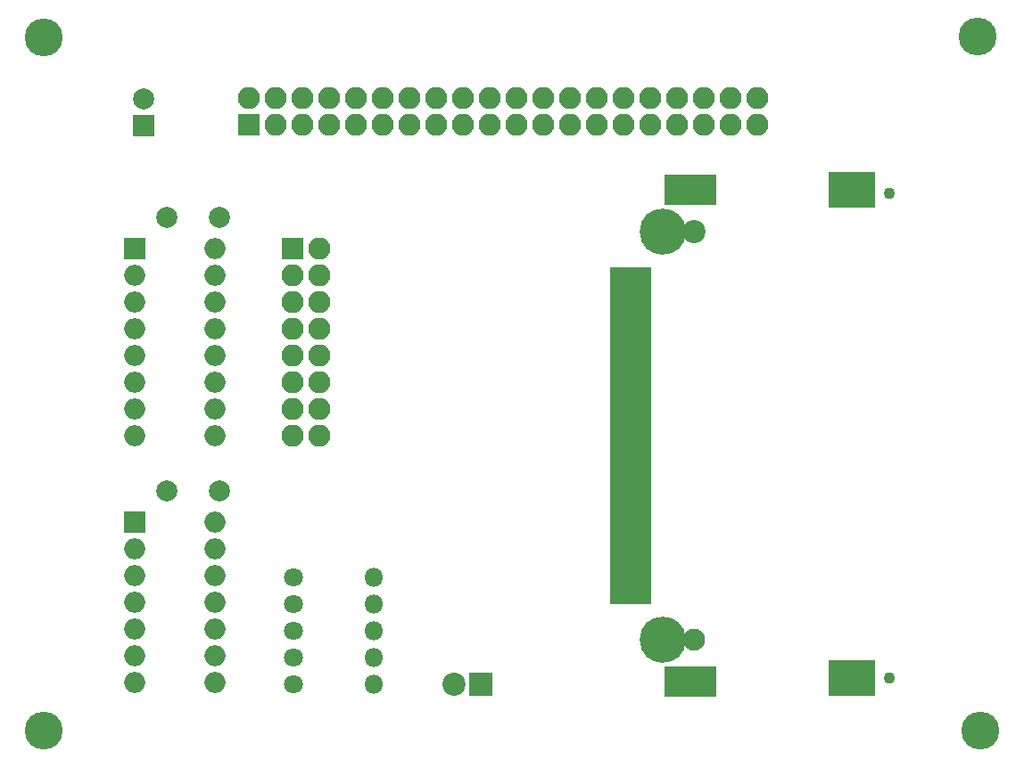
<source format=gts>
G04 #@! TF.GenerationSoftware,KiCad,Pcbnew,(5.0.0-3-g5ebb6b6)*
G04 #@! TF.CreationDate,2018-12-24T17:10:46+09:00*
G04 #@! TF.ProjectId,SBC80-CF,53424338302D43462E6B696361645F70,rev?*
G04 #@! TF.SameCoordinates,Original*
G04 #@! TF.FileFunction,Soldermask,Top*
G04 #@! TF.FilePolarity,Negative*
%FSLAX46Y46*%
G04 Gerber Fmt 4.6, Leading zero omitted, Abs format (unit mm)*
G04 Created by KiCad (PCBNEW (5.0.0-3-g5ebb6b6)) date 2018 December 24, Monday 17:10:46*
%MOMM*%
%LPD*%
G01*
G04 APERTURE LIST*
%ADD10R,2.100000X2.100000*%
%ADD11O,2.100000X2.100000*%
%ADD12R,2.200000X2.200000*%
%ADD13C,2.200000*%
%ADD14C,3.600000*%
%ADD15C,2.000000*%
%ADD16R,2.000000X2.000000*%
%ADD17C,1.800000*%
%ADD18O,1.800000X1.800000*%
%ADD19O,2.000000X2.000000*%
%ADD20C,1.100000*%
%ADD21R,4.400000X3.400000*%
%ADD22R,3.910000X0.810000*%
%ADD23C,4.390000*%
%ADD24C,2.100000*%
%ADD25R,4.970000X2.890000*%
G04 APERTURE END LIST*
D10*
G04 #@! TO.C,J2*
X128190000Y-68730000D03*
D11*
X130730000Y-68730000D03*
X128190000Y-71270000D03*
X130730000Y-71270000D03*
X128190000Y-73810000D03*
X130730000Y-73810000D03*
X128190000Y-76350000D03*
X130730000Y-76350000D03*
X128190000Y-78890000D03*
X130730000Y-78890000D03*
X128190000Y-81430000D03*
X130730000Y-81430000D03*
X128190000Y-83970000D03*
X130730000Y-83970000D03*
X128190000Y-86510000D03*
X130730000Y-86510000D03*
G04 #@! TD*
D12*
G04 #@! TO.C,D1*
X145990000Y-110110000D03*
D13*
X143450000Y-110110000D03*
G04 #@! TD*
D14*
G04 #@! TO.C,MH4*
X193460000Y-114520000D03*
G04 #@! TD*
G04 #@! TO.C,MH3*
X104500000Y-114520000D03*
G04 #@! TD*
G04 #@! TO.C,MH2*
X193190000Y-48580000D03*
G04 #@! TD*
G04 #@! TO.C,MH1*
X104510000Y-48610000D03*
G04 #@! TD*
D15*
G04 #@! TO.C,C1*
X121190000Y-65730000D03*
X116190000Y-65730000D03*
G04 #@! TD*
G04 #@! TO.C,C2*
X116190000Y-91730000D03*
X121190000Y-91730000D03*
G04 #@! TD*
D16*
G04 #@! TO.C,C3*
X114000000Y-57000000D03*
D15*
X114000000Y-54500000D03*
G04 #@! TD*
D17*
G04 #@! TO.C,R1*
X128210000Y-99950000D03*
D18*
X135830000Y-99950000D03*
G04 #@! TD*
G04 #@! TO.C,R2*
X135830000Y-102490000D03*
D17*
X128210000Y-102490000D03*
G04 #@! TD*
G04 #@! TO.C,R3*
X128210000Y-105030000D03*
D18*
X135830000Y-105030000D03*
G04 #@! TD*
G04 #@! TO.C,R4*
X135830000Y-107570000D03*
D17*
X128210000Y-107570000D03*
G04 #@! TD*
G04 #@! TO.C,R5*
X128210000Y-110110000D03*
D18*
X135830000Y-110110000D03*
G04 #@! TD*
D16*
G04 #@! TO.C,U1*
X113190000Y-68730000D03*
D19*
X120810000Y-86510000D03*
X113190000Y-71270000D03*
X120810000Y-83970000D03*
X113190000Y-73810000D03*
X120810000Y-81430000D03*
X113190000Y-76350000D03*
X120810000Y-78890000D03*
X113190000Y-78890000D03*
X120810000Y-76350000D03*
X113190000Y-81430000D03*
X120810000Y-73810000D03*
X113190000Y-83970000D03*
X120810000Y-71270000D03*
X113190000Y-86510000D03*
X120810000Y-68730000D03*
G04 #@! TD*
D16*
G04 #@! TO.C,U2*
X113190000Y-94730000D03*
D19*
X120810000Y-109970000D03*
X113190000Y-97270000D03*
X120810000Y-107430000D03*
X113190000Y-99810000D03*
X120810000Y-104890000D03*
X113190000Y-102350000D03*
X120810000Y-102350000D03*
X113190000Y-104890000D03*
X120810000Y-99810000D03*
X113190000Y-107430000D03*
X120810000Y-97270000D03*
X113190000Y-109970000D03*
X120810000Y-94730000D03*
G04 #@! TD*
D10*
G04 #@! TO.C,J1*
X124019000Y-56897000D03*
D11*
X124019000Y-54357000D03*
X126559000Y-56897000D03*
X126559000Y-54357000D03*
X129099000Y-56897000D03*
X129099000Y-54357000D03*
X131639000Y-56897000D03*
X131639000Y-54357000D03*
X134179000Y-56897000D03*
X134179000Y-54357000D03*
X136719000Y-56897000D03*
X136719000Y-54357000D03*
X139259000Y-56897000D03*
X139259000Y-54357000D03*
X141799000Y-56897000D03*
X141799000Y-54357000D03*
X144339000Y-56897000D03*
X144339000Y-54357000D03*
X146879000Y-56897000D03*
X146879000Y-54357000D03*
X149419000Y-56897000D03*
X149419000Y-54357000D03*
X151959000Y-56897000D03*
X151959000Y-54357000D03*
X154499000Y-56897000D03*
X154499000Y-54357000D03*
X157039000Y-56897000D03*
X157039000Y-54357000D03*
X159579000Y-56897000D03*
X159579000Y-54357000D03*
X162119000Y-56897000D03*
X162119000Y-54357000D03*
X164659000Y-56897000D03*
X164659000Y-54357000D03*
X167199000Y-56897000D03*
X167199000Y-54357000D03*
X169739000Y-56897000D03*
X169739000Y-54357000D03*
X172279000Y-56897000D03*
X172279000Y-54357000D03*
G04 #@! TD*
D20*
G04 #@! TO.C,J3*
X184762000Y-109488000D03*
X184762000Y-63488000D03*
D21*
X181262000Y-109488000D03*
X181262000Y-63088000D03*
D22*
X160262000Y-70928000D03*
X160262000Y-71568000D03*
X160262000Y-72198000D03*
X160262000Y-72838000D03*
X160262000Y-73468000D03*
X160262000Y-74108000D03*
X160262000Y-74738000D03*
X160262000Y-75378000D03*
X160262000Y-76008000D03*
X160262000Y-76648000D03*
X160262000Y-77278000D03*
X160262000Y-77918000D03*
X160262000Y-78548000D03*
X160262000Y-79188000D03*
X160262000Y-79818000D03*
X160262000Y-80458000D03*
X160262000Y-81088000D03*
X160262000Y-81728000D03*
X160262000Y-82358000D03*
X160262000Y-82998000D03*
X160262000Y-83628000D03*
X160262000Y-84268000D03*
X160262000Y-84898000D03*
X160262000Y-85538000D03*
X160262000Y-86168000D03*
X160262000Y-86808000D03*
X160262000Y-87438000D03*
X160262000Y-88078000D03*
X160262000Y-88708000D03*
X160262000Y-89348000D03*
X160262000Y-89978000D03*
X160262000Y-90618000D03*
X160262000Y-91248000D03*
X160262000Y-91888000D03*
X160262000Y-92518000D03*
X160262000Y-93158000D03*
X160262000Y-93788000D03*
X160262000Y-94428000D03*
X160262000Y-95058000D03*
X160262000Y-95698000D03*
X160262000Y-96328000D03*
X160262000Y-96968000D03*
X160262000Y-97598000D03*
X160262000Y-98238000D03*
X160262000Y-98868000D03*
X160262000Y-99508000D03*
X160262000Y-100138000D03*
X160262000Y-100778000D03*
X160262000Y-101408000D03*
X160262000Y-102048000D03*
D23*
X163262000Y-105858000D03*
X163262000Y-67118000D03*
D24*
X166262000Y-105858000D03*
D13*
X166262000Y-67118000D03*
D25*
X165932000Y-63148000D03*
X165932000Y-109828000D03*
G04 #@! TD*
M02*

</source>
